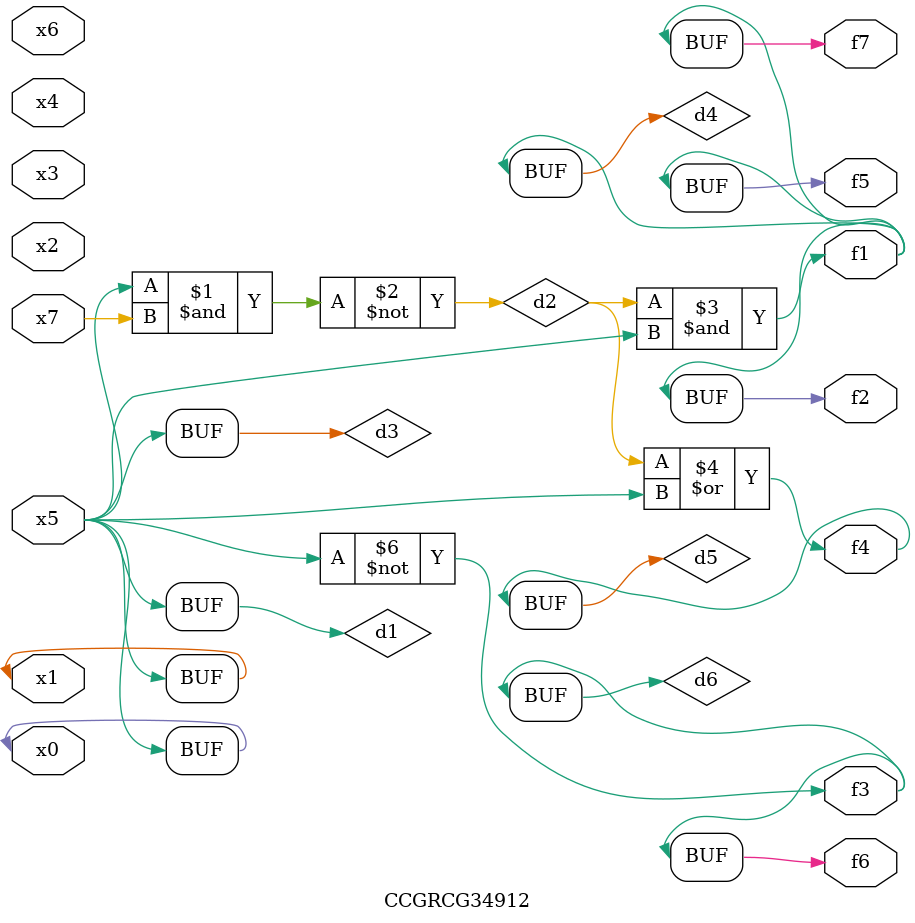
<source format=v>
module CCGRCG34912(
	input x0, x1, x2, x3, x4, x5, x6, x7,
	output f1, f2, f3, f4, f5, f6, f7
);

	wire d1, d2, d3, d4, d5, d6;

	buf (d1, x0, x5);
	nand (d2, x5, x7);
	buf (d3, x0, x1);
	and (d4, d2, d3);
	or (d5, d2, d3);
	nor (d6, d1, d3);
	assign f1 = d4;
	assign f2 = d4;
	assign f3 = d6;
	assign f4 = d5;
	assign f5 = d4;
	assign f6 = d6;
	assign f7 = d4;
endmodule

</source>
